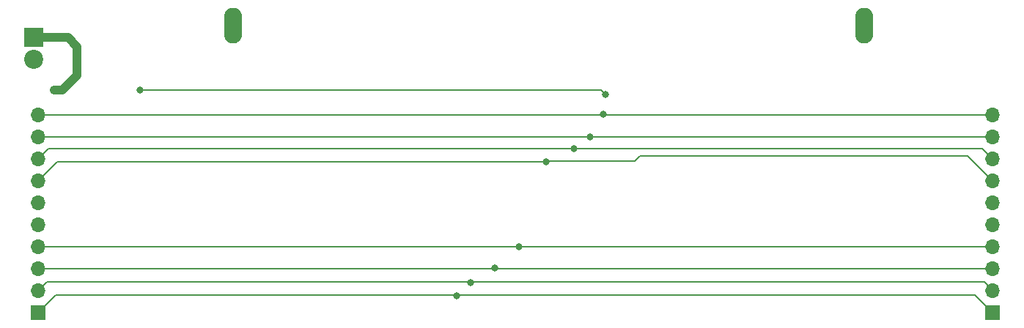
<source format=gbr>
%TF.GenerationSoftware,KiCad,Pcbnew,7.0.5*%
%TF.CreationDate,2023-06-02T17:32:58+02:00*%
%TF.ProjectId,Solar Cell offgrid Power,536f6c61-7220-4436-956c-6c206f666667,rev?*%
%TF.SameCoordinates,Original*%
%TF.FileFunction,Copper,L2,Bot*%
%TF.FilePolarity,Positive*%
%FSLAX46Y46*%
G04 Gerber Fmt 4.6, Leading zero omitted, Abs format (unit mm)*
G04 Created by KiCad (PCBNEW 7.0.5) date 2023-06-02 17:32:58*
%MOMM*%
%LPD*%
G01*
G04 APERTURE LIST*
%TA.AperFunction,ComponentPad*%
%ADD10R,1.700000X1.700000*%
%TD*%
%TA.AperFunction,ComponentPad*%
%ADD11O,1.700000X1.700000*%
%TD*%
%TA.AperFunction,ComponentPad*%
%ADD12O,2.070000X4.140000*%
%TD*%
%TA.AperFunction,ComponentPad*%
%ADD13R,2.200000X2.200000*%
%TD*%
%TA.AperFunction,ComponentPad*%
%ADD14C,2.200000*%
%TD*%
%TA.AperFunction,ViaPad*%
%ADD15C,0.800000*%
%TD*%
%TA.AperFunction,Conductor*%
%ADD16C,0.200000*%
%TD*%
%TA.AperFunction,Conductor*%
%ADD17C,1.000000*%
%TD*%
G04 APERTURE END LIST*
D10*
%TO.P,J2,1,Pin_1*%
%TO.N,Conn_track_1*%
X113290000Y-111150000D03*
D11*
%TO.P,J2,2,Pin_2*%
%TO.N,Conn_track_2*%
X113290000Y-108610000D03*
%TO.P,J2,3,Pin_3*%
%TO.N,Conn_track_3*%
X113290000Y-106070000D03*
%TO.P,J2,4,Pin_4*%
%TO.N,Conn_track_4*%
X113290000Y-103530000D03*
%TO.P,J2,5,Pin_5*%
%TO.N,PWR*%
X113290000Y-100990000D03*
%TO.P,J2,6,Pin_6*%
%TO.N,GND*%
X113290000Y-98450000D03*
%TO.P,J2,7,Pin_7*%
%TO.N,Conn_track_7*%
X113290000Y-95910000D03*
%TO.P,J2,8,Pin_8*%
%TO.N,Conn_track_8*%
X113290000Y-93370000D03*
%TO.P,J2,9,Pin_9*%
%TO.N,Conn_track_9*%
X113290000Y-90830000D03*
%TO.P,J2,10,Pin_10*%
%TO.N,Conn_track_10*%
X113290000Y-88290000D03*
%TD*%
D12*
%TO.P,BT1,+*%
%TO.N,BAT+*%
X135825000Y-77950000D03*
%TO.P,BT1,-*%
%TO.N,GND*%
X208725000Y-77950000D03*
%TD*%
D10*
%TO.P,J1,1,Pin_1*%
%TO.N,Conn_track_1*%
X223580000Y-111110000D03*
D11*
%TO.P,J1,2,Pin_2*%
%TO.N,Conn_track_2*%
X223580000Y-108570000D03*
%TO.P,J1,3,Pin_3*%
%TO.N,Conn_track_3*%
X223580000Y-106030000D03*
%TO.P,J1,4,Pin_4*%
%TO.N,Conn_track_4*%
X223580000Y-103490000D03*
%TO.P,J1,5,Pin_5*%
%TO.N,PWR*%
X223580000Y-100950000D03*
%TO.P,J1,6,Pin_6*%
%TO.N,GND*%
X223580000Y-98410000D03*
%TO.P,J1,7,Pin_7*%
%TO.N,Conn_track_7*%
X223580000Y-95870000D03*
%TO.P,J1,8,Pin_8*%
%TO.N,Conn_track_8*%
X223580000Y-93330000D03*
%TO.P,J1,9,Pin_9*%
%TO.N,Conn_track_9*%
X223580000Y-90790000D03*
%TO.P,J1,10,Pin_10*%
%TO.N,Conn_track_10*%
X223580000Y-88250000D03*
%TD*%
D13*
%TO.P,J3,1,Pin_1*%
%TO.N,GND*%
X112830000Y-79330000D03*
D14*
%TO.P,J3,2,Pin_2*%
%TO.N,PWR_HOME*%
X112830000Y-81870000D03*
%TD*%
D15*
%TO.N,BAT+*%
X178810000Y-85880000D03*
X125090000Y-85385000D03*
%TO.N,Conn_track_8*%
X175230000Y-92150000D03*
%TO.N,GND*%
X115170000Y-85350000D03*
%TO.N,Conn_track_9*%
X177070000Y-90770000D03*
%TO.N,Conn_track_10*%
X178560000Y-88190000D03*
%TO.N,Conn_track_1*%
X161700000Y-109150000D03*
%TO.N,Conn_track_2*%
X163290000Y-107620000D03*
%TO.N,Conn_track_3*%
X166090000Y-105980000D03*
%TO.N,Conn_track_4*%
X168860000Y-103530000D03*
%TO.N,Conn_track_7*%
X172030000Y-93670000D03*
%TD*%
D16*
%TO.N,BAT+*%
X125105000Y-85400000D02*
X125090000Y-85385000D01*
X178330000Y-85400000D02*
X125105000Y-85400000D01*
X178810000Y-85880000D02*
X178330000Y-85400000D01*
%TO.N,Conn_track_8*%
X114510000Y-92150000D02*
X113290000Y-93370000D01*
X223580000Y-93330000D02*
X222400000Y-92150000D01*
X222400000Y-92150000D02*
X114510000Y-92150000D01*
D17*
%TO.N,GND*%
X115170000Y-85350000D02*
X116150000Y-85350000D01*
X117840000Y-83660000D02*
X117840000Y-80400000D01*
X116150000Y-85350000D02*
X117840000Y-83660000D01*
X117840000Y-80400000D02*
X116770000Y-79330000D01*
X116770000Y-79330000D02*
X112830000Y-79330000D01*
D16*
%TO.N,Conn_track_9*%
X177090000Y-90790000D02*
X177070000Y-90770000D01*
X177050000Y-90790000D02*
X113330000Y-90790000D01*
X113330000Y-90790000D02*
X113290000Y-90830000D01*
X223580000Y-90790000D02*
X177090000Y-90790000D01*
X177070000Y-90770000D02*
X177050000Y-90790000D01*
%TO.N,Conn_track_10*%
X223580000Y-88250000D02*
X113330000Y-88250000D01*
X113330000Y-88250000D02*
X113290000Y-88290000D01*
%TO.N,Conn_track_1*%
X221560000Y-109090000D02*
X115350000Y-109090000D01*
X115350000Y-109090000D02*
X113290000Y-111150000D01*
X223580000Y-111110000D02*
X221560000Y-109090000D01*
%TO.N,Conn_track_2*%
X163290000Y-107620000D02*
X163240000Y-107570000D01*
X114330000Y-107570000D02*
X113290000Y-108610000D01*
X222580000Y-107570000D02*
X163340000Y-107570000D01*
X163340000Y-107570000D02*
X163290000Y-107620000D01*
X163240000Y-107570000D02*
X114330000Y-107570000D01*
X223580000Y-108570000D02*
X222580000Y-107570000D01*
%TO.N,Conn_track_3*%
X223580000Y-106030000D02*
X166140000Y-106030000D01*
X166140000Y-106030000D02*
X166090000Y-105980000D01*
X166090000Y-105980000D02*
X166040000Y-106030000D01*
X166040000Y-106030000D02*
X113330000Y-106030000D01*
X113330000Y-106030000D02*
X113290000Y-106070000D01*
%TO.N,Conn_track_4*%
X223580000Y-103490000D02*
X169370000Y-103490000D01*
X169370000Y-103490000D02*
X113330000Y-103490000D01*
X113330000Y-103490000D02*
X113290000Y-103530000D01*
%TO.N,Conn_track_7*%
X172100000Y-93600000D02*
X182210000Y-93600000D01*
X220680000Y-92970000D02*
X223580000Y-95870000D01*
X115530000Y-93670000D02*
X113290000Y-95910000D01*
X172030000Y-93670000D02*
X172100000Y-93600000D01*
X172030000Y-93670000D02*
X115530000Y-93670000D01*
X182210000Y-93600000D02*
X182840000Y-92970000D01*
X182840000Y-92970000D02*
X220680000Y-92970000D01*
%TD*%
M02*

</source>
